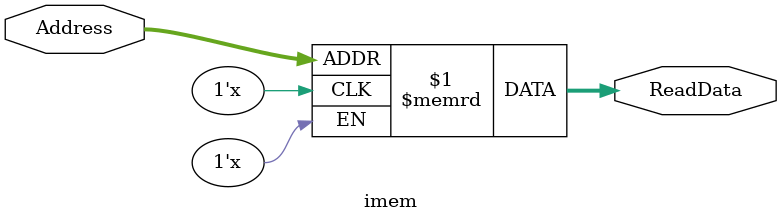
<source format=v>
`timescale 1ps/1ps
module dmem(input             CLK, RST, WriteEnable,
            input      [31:0] Address, WriteData,
            output     [31:0] ReadData);

  //128 32-bit registers for RAM

  reg [31:0] data [127:0];   
  assign ReadData = data[Address[31:2]]; //read data is word aligned, drop last two bits

  always @(posedge CLK) begin
    if(!RST) begin
      case(WriteEnable)
        1'b1: data[Address[31:2]] <= WriteData;
        1'b0: data[Address[31:2]] <= data[Address[31:2]];
      endcase
    end
  end         
endmodule


// Instruction memory (already implemented) in single-cycle lab 154a
module imem(input   [5:0]  Address,
            output  [31:0] ReadData);

  reg [31:0] RAM[63:0];

  assign ReadData = RAM[Address]; // word aligned
endmodule
</source>
